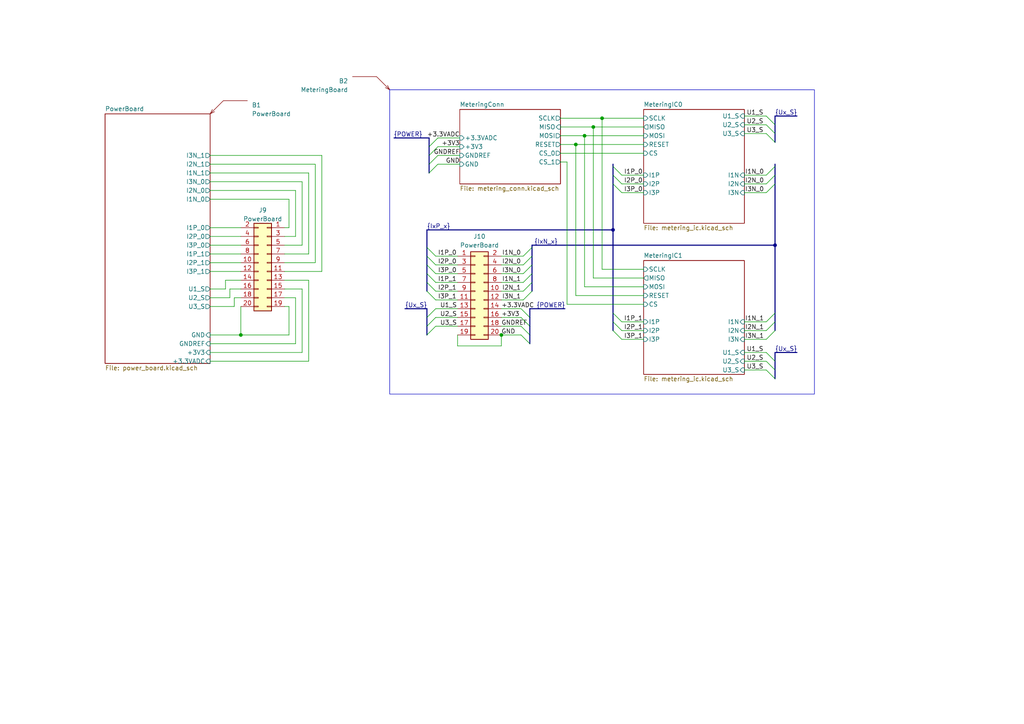
<source format=kicad_sch>
(kicad_sch (version 20230121) (generator eeschema)
  (paper "A4")
  (title_block (rev "${REVISION}"))
  (lib_symbols
    (symbol "Connector_Generic:Conn_02x10_Odd_Even" (pin_names (offset 1.016) hide)
      (property "Reference" "J" (at 1.27 12.7 0))
      (property "Value" "Conn_02x10_Odd_Even" (at 1.27 -15.24 0))
      (symbol "Conn_02x10_Odd_Even_1_1"
        (rectangle (start -1.27 -12.573) (end 0 -12.827) (stroke (width 0.1524)))
        (rectangle (start -1.27 -10.033) (end 0 -10.287) (stroke (width 0.1524)))
        (rectangle (start -1.27 -7.493) (end 0 -7.747) (stroke (width 0.1524)))
        (rectangle (start -1.27 -4.953) (end 0 -5.207) (stroke (width 0.1524)))
        (rectangle (start -1.27 -2.413) (end 0 -2.667) (stroke (width 0.1524)))
        (rectangle (start -1.27 0.127) (end 0 -0.127) (stroke (width 0.1524)))
        (rectangle (start -1.27 2.667) (end 0 2.413) (stroke (width 0.1524)))
        (rectangle (start -1.27 5.207) (end 0 4.953) (stroke (width 0.1524)))
        (rectangle (start -1.27 7.747) (end 0 7.493) (stroke (width 0.1524)))
        (rectangle (start -1.27 10.287) (end 0 10.033) (stroke (width 0.1524)))
        (rectangle (start -1.27 11.43) (end 3.81 -13.97) (stroke (width 0.254)) (fill (type background)))
        (rectangle (start 3.81 -12.573) (end 2.54 -12.827) (stroke (width 0.1524)))
        (rectangle (start 3.81 -10.033) (end 2.54 -10.287) (stroke (width 0.1524)))
        (rectangle (start 3.81 -7.493) (end 2.54 -7.747) (stroke (width 0.1524)))
        (rectangle (start 3.81 -4.953) (end 2.54 -5.207) (stroke (width 0.1524)))
        (rectangle (start 3.81 -2.413) (end 2.54 -2.667) (stroke (width 0.1524)))
        (rectangle (start 3.81 0.127) (end 2.54 -0.127) (stroke (width 0.1524)))
        (rectangle (start 3.81 2.667) (end 2.54 2.413) (stroke (width 0.1524)))
        (rectangle (start 3.81 5.207) (end 2.54 4.953) (stroke (width 0.1524)))
        (rectangle (start 3.81 7.747) (end 2.54 7.493) (stroke (width 0.1524)))
        (rectangle (start 3.81 10.287) (end 2.54 10.033) (stroke (width 0.1524)))
        (pin passive line (at -5.08 10.16 0) (length 3.81) (name "Pin_1") (number "1"))
        (pin passive line (at 7.62 0 180) (length 3.81) (name "Pin_10") (number "10"))
        (pin passive line (at -5.08 -2.54 0) (length 3.81) (name "Pin_11") (number "11"))
        (pin passive line (at 7.62 -2.54 180) (length 3.81) (name "Pin_12") (number "12"))
        (pin passive line (at -5.08 -5.08 0) (length 3.81) (name "Pin_13") (number "13"))
        (pin passive line (at 7.62 -5.08 180) (length 3.81) (name "Pin_14") (number "14"))
        (pin passive line (at -5.08 -7.62 0) (length 3.81) (name "Pin_15") (number "15"))
        (pin passive line (at 7.62 -7.62 180) (length 3.81) (name "Pin_16") (number "16"))
        (pin passive line (at -5.08 -10.16 0) (length 3.81) (name "Pin_17") (number "17"))
        (pin passive line (at 7.62 -10.16 180) (length 3.81) (name "Pin_18") (number "18"))
        (pin passive line (at -5.08 -12.7 0) (length 3.81) (name "Pin_19") (number "19"))
        (pin passive line (at 7.62 10.16 180) (length 3.81) (name "Pin_2") (number "2"))
        (pin passive line (at 7.62 -12.7 180) (length 3.81) (name "Pin_20") (number "20"))
        (pin passive line (at -5.08 7.62 0) (length 3.81) (name "Pin_3") (number "3"))
        (pin passive line (at 7.62 7.62 180) (length 3.81) (name "Pin_4") (number "4"))
        (pin passive line (at -5.08 5.08 0) (length 3.81) (name "Pin_5") (number "5"))
        (pin passive line (at 7.62 5.08 180) (length 3.81) (name "Pin_6") (number "6"))
        (pin passive line (at -5.08 2.54 0) (length 3.81) (name "Pin_7") (number "7"))
        (pin passive line (at 7.62 2.54 180) (length 3.81) (name "Pin_8") (number "8"))
        (pin passive line (at -5.08 0 0) (length 3.81) (name "Pin_9") (number "9"))
      )
    )
    (symbol "PCM_kikit:Board" (in_bom no)
      (property "Reference" "B" (at 5.08 5.08 0))
      (property "Value" "Board" (at 5.08 2.54 0))
      (symbol "Board_0_1"
        (polyline (pts (xy 0 0) (xy 3.81 3.81) (xy 10.795 3.81)) (stroke (width 0.1524)))
        (polyline (pts (xy 0.635 1.27) (xy 0 0) (xy 1.27 0.635)) (stroke (width 0.1524)))
      )
    )
  )
  (bus_alias "Ux_S" (members "U1_S" "U2_S" "U3_S"))
  (bus_alias "IxP_x" (members "I1P_0" "I2P_0" "I3P_0" "I1P_1" "I2P_1" "I3P_1"))
  (bus_alias "POWER" (members "+3V3" "+3.3VADC" "GND" "GNDREF"))
  (bus_alias "IxN_x" (members "I1N_0" "I2N_0" "I3N_0" "I1N_1" "I2N_1" "I3N_1" ""))
  (junction (at 145.415 97.155))
  (junction (at 69.85 97.155))
  (junction (at 174.625 34.29))
  (junction (at 172.085 36.83))
  (junction (at 177.8 66.675))
  (junction (at 224.79 71.12))
  (junction (at 167.005 41.91))
  (junction (at 169.545 39.37))
  (bus_entry (at 224.79 50.8) (size -2.54 2.54))
  (bus_entry (at 177.8 90.805) (size 2.54 2.54))
  (bus_entry (at 154.305 71.755) (size -2.54 2.54))
  (bus_entry (at 127 40.005) (size -2.54 2.54))
  (bus_entry (at 123.825 92.075) (size 2.54 -2.54))
  (bus_entry (at 123.825 81.915) (size 2.54 2.54))
  (bus_entry (at 154.305 76.835) (size -2.54 2.54))
  (bus_entry (at 177.8 50.8) (size 2.54 2.54))
  (bus_entry (at 177.8 53.34) (size 2.54 2.54))
  (bus_entry (at 222.25 104.775) (size 2.54 2.54))
  (bus_entry (at 151.13 94.615) (size 2.54 2.54))
  (bus_entry (at 123.825 97.155) (size 2.54 -2.54))
  (bus_entry (at 222.25 107.315) (size 2.54 2.54))
  (bus_entry (at 127 45.085) (size -2.54 2.54))
  (bus_entry (at 123.825 94.615) (size 2.54 -2.54))
  (bus_entry (at 177.8 93.345) (size 2.54 2.54))
  (bus_entry (at 224.79 93.345) (size -2.54 2.54))
  (bus_entry (at 154.305 79.375) (size -2.54 2.54))
  (bus_entry (at 224.79 53.34) (size -2.54 2.54))
  (bus_entry (at 222.25 38.735) (size 2.54 2.54))
  (bus_entry (at 123.825 76.835) (size 2.54 2.54))
  (bus_entry (at 151.13 89.535) (size 2.54 2.54))
  (bus_entry (at 127 42.545) (size -2.54 2.54))
  (bus_entry (at 222.25 102.235) (size 2.54 2.54))
  (bus_entry (at 224.79 95.885) (size -2.54 2.54))
  (bus_entry (at 154.305 74.295) (size -2.54 2.54))
  (bus_entry (at 224.79 90.805) (size -2.54 2.54))
  (bus_entry (at 123.825 79.375) (size 2.54 2.54))
  (bus_entry (at 224.79 48.26) (size -2.54 2.54))
  (bus_entry (at 222.25 33.655) (size 2.54 2.54))
  (bus_entry (at 154.305 84.455) (size -2.54 2.54))
  (bus_entry (at 123.825 84.455) (size 2.54 2.54))
  (bus_entry (at 123.825 74.295) (size 2.54 2.54))
  (bus_entry (at 123.825 71.755) (size 2.54 2.54))
  (bus_entry (at 151.13 97.155) (size 2.54 2.54))
  (bus_entry (at 177.8 48.26) (size 2.54 2.54))
  (bus_entry (at 222.25 36.195) (size 2.54 2.54))
  (bus_entry (at 127 47.625) (size -2.54 2.54))
  (bus_entry (at 151.13 92.075) (size 2.54 2.54))
  (bus_entry (at 177.8 95.885) (size 2.54 2.54))
  (bus_entry (at 154.305 81.915) (size -2.54 2.54))
  (bus (pts (xy 124.46 42.545) (xy 124.46 40.005)))
  (bus (pts (xy 123.825 94.615) (xy 123.825 97.155)))
  (wire (pts (xy 126.365 84.455) (xy 132.715 84.455)))
  (bus (pts (xy 153.67 97.155) (xy 153.67 99.695)))
  (wire (pts (xy 60.96 45.085) (xy 93.345 45.085)))
  (wire (pts (xy 60.96 55.245) (xy 85.725 55.245)))
  (wire (pts (xy 60.96 99.695) (xy 85.725 99.695)))
  (wire (pts (xy 164.465 46.99) (xy 162.56 46.99)))
  (wire (pts (xy 215.9 36.195) (xy 222.25 36.195)))
  (wire (pts (xy 126.365 94.615) (xy 132.715 94.615)))
  (wire (pts (xy 60.96 88.9) (xy 67.945 88.9)))
  (bus (pts (xy 123.825 74.295) (xy 123.825 76.835)))
  (wire (pts (xy 186.69 78.105) (xy 174.625 78.105)))
  (wire (pts (xy 151.765 81.915) (xy 145.415 81.915)))
  (wire (pts (xy 151.765 84.455) (xy 145.415 84.455)))
  (bus (pts (xy 224.79 50.8) (xy 224.79 53.34)))
  (wire (pts (xy 126.365 76.835) (xy 132.715 76.835)))
  (wire (pts (xy 215.9 38.735) (xy 222.25 38.735)))
  (bus (pts (xy 123.825 81.915) (xy 123.825 84.455)))
  (wire (pts (xy 126.365 86.995) (xy 132.715 86.995)))
  (bus (pts (xy 224.79 38.735) (xy 224.79 41.275)))
  (wire (pts (xy 60.96 86.36) (xy 66.675 86.36)))
  (wire (pts (xy 60.96 76.2) (xy 69.85 76.2)))
  (wire (pts (xy 85.725 55.245) (xy 85.725 68.58)))
  (bus (pts (xy 224.79 93.345) (xy 224.79 95.885)))
  (bus (pts (xy 154.305 71.12) (xy 224.79 71.12)))
  (wire (pts (xy 151.765 79.375) (xy 145.415 79.375)))
  (wire (pts (xy 222.25 98.425) (xy 215.9 98.425)))
  (bus (pts (xy 177.8 66.675) (xy 177.8 90.805)))
  (wire (pts (xy 83.82 97.155) (xy 83.82 88.9)))
  (bus (pts (xy 153.67 92.075) (xy 153.67 94.615)))
  (wire (pts (xy 66.675 86.36) (xy 66.675 83.82)))
  (wire (pts (xy 180.34 93.345) (xy 186.69 93.345)))
  (wire (pts (xy 222.25 55.88) (xy 215.9 55.88)))
  (wire (pts (xy 164.465 88.265) (xy 164.465 46.99)))
  (wire (pts (xy 126.365 92.075) (xy 132.715 92.075)))
  (wire (pts (xy 60.96 66.04) (xy 69.85 66.04)))
  (bus (pts (xy 224.79 107.315) (xy 224.79 109.855)))
  (wire (pts (xy 60.96 71.12) (xy 69.85 71.12)))
  (wire (pts (xy 145.415 92.075) (xy 151.13 92.075)))
  (wire (pts (xy 60.96 47.625) (xy 91.44 47.625)))
  (wire (pts (xy 85.725 99.695) (xy 85.725 86.36)))
  (wire (pts (xy 222.25 53.34) (xy 215.9 53.34)))
  (wire (pts (xy 60.96 68.58) (xy 69.85 68.58)))
  (wire (pts (xy 83.82 66.04) (xy 82.55 66.04)))
  (wire (pts (xy 60.96 104.775) (xy 89.535 104.775)))
  (bus (pts (xy 123.825 79.375) (xy 123.825 81.915)))
  (bus (pts (xy 224.79 47.625) (xy 224.79 48.26)))
  (wire (pts (xy 60.96 50.165) (xy 89.535 50.165)))
  (wire (pts (xy 85.725 68.58) (xy 82.55 68.58)))
  (bus (pts (xy 153.67 89.535) (xy 163.83 89.535)))
  (bus (pts (xy 224.79 48.26) (xy 224.79 50.8)))
  (bus (pts (xy 123.825 66.675) (xy 123.825 71.755)))
  (bus (pts (xy 224.79 90.805) (xy 224.79 93.345)))
  (wire (pts (xy 89.535 81.28) (xy 82.55 81.28)))
  (wire (pts (xy 167.005 41.91) (xy 186.69 41.91)))
  (wire (pts (xy 172.085 80.645) (xy 172.085 36.83)))
  (wire (pts (xy 145.415 97.155) (xy 151.13 97.155)))
  (wire (pts (xy 172.085 80.645) (xy 186.69 80.645)))
  (wire (pts (xy 60.96 73.66) (xy 69.85 73.66)))
  (wire (pts (xy 151.765 74.295) (xy 145.415 74.295)))
  (bus (pts (xy 123.825 66.675) (xy 177.8 66.675)))
  (wire (pts (xy 180.34 55.88) (xy 186.69 55.88)))
  (wire (pts (xy 60.96 102.235) (xy 87.63 102.235)))
  (wire (pts (xy 91.44 76.2) (xy 82.55 76.2)))
  (wire (pts (xy 87.63 71.12) (xy 82.55 71.12)))
  (wire (pts (xy 145.415 94.615) (xy 151.13 94.615)))
  (wire (pts (xy 172.085 36.83) (xy 186.69 36.83)))
  (wire (pts (xy 60.96 97.155) (xy 69.85 97.155)))
  (wire (pts (xy 222.25 93.345) (xy 215.9 93.345)))
  (wire (pts (xy 162.56 36.83) (xy 172.085 36.83)))
  (bus (pts (xy 123.825 76.835) (xy 123.825 79.375)))
  (bus (pts (xy 154.305 71.755) (xy 154.305 74.295)))
  (bus (pts (xy 177.8 48.26) (xy 177.8 50.8)))
  (wire (pts (xy 215.9 107.315) (xy 222.25 107.315)))
  (wire (pts (xy 167.005 85.725) (xy 167.005 41.91)))
  (bus (pts (xy 177.8 47.625) (xy 177.8 48.26)))
  (wire (pts (xy 169.545 39.37) (xy 186.69 39.37)))
  (bus (pts (xy 154.305 74.295) (xy 154.305 76.835)))
  (bus (pts (xy 224.79 33.655) (xy 231.14 33.655)))
  (bus (pts (xy 177.8 50.8) (xy 177.8 53.34)))
  (bus (pts (xy 224.79 33.655) (xy 224.79 36.195)))
  (wire (pts (xy 87.63 83.82) (xy 82.55 83.82)))
  (wire (pts (xy 126.365 74.295) (xy 132.715 74.295)))
  (bus (pts (xy 224.79 102.235) (xy 224.79 104.775)))
  (bus (pts (xy 123.825 71.755) (xy 123.825 74.295)))
  (wire (pts (xy 180.34 98.425) (xy 186.69 98.425)))
  (wire (pts (xy 89.535 104.775) (xy 89.535 81.28)))
  (wire (pts (xy 93.345 45.085) (xy 93.345 78.74)))
  (wire (pts (xy 60.96 57.785) (xy 83.82 57.785)))
  (wire (pts (xy 60.96 52.705) (xy 87.63 52.705)))
  (wire (pts (xy 67.945 88.9) (xy 67.945 86.36)))
  (wire (pts (xy 162.56 34.29) (xy 174.625 34.29)))
  (bus (pts (xy 224.79 102.235) (xy 231.14 102.235)))
  (wire (pts (xy 89.535 50.165) (xy 89.535 73.66)))
  (wire (pts (xy 145.415 89.535) (xy 151.13 89.535)))
  (wire (pts (xy 60.96 78.74) (xy 69.85 78.74)))
  (bus (pts (xy 153.67 92.075) (xy 153.67 89.535)))
  (wire (pts (xy 222.25 95.885) (xy 215.9 95.885)))
  (wire (pts (xy 180.34 95.885) (xy 186.69 95.885)))
  (wire (pts (xy 65.405 83.82) (xy 65.405 81.28)))
  (bus (pts (xy 224.79 104.775) (xy 224.79 107.315)))
  (bus (pts (xy 224.79 53.34) (xy 224.79 71.12)))
  (wire (pts (xy 174.625 34.29) (xy 186.69 34.29)))
  (bus (pts (xy 177.8 93.345) (xy 177.8 95.885)))
  (bus (pts (xy 224.79 71.12) (xy 224.79 90.805)))
  (bus (pts (xy 153.67 94.615) (xy 153.67 97.155)))
  (wire (pts (xy 126.365 89.535) (xy 132.715 89.535)))
  (wire (pts (xy 133.35 40.005) (xy 127 40.005)))
  (bus (pts (xy 177.8 90.805) (xy 177.8 93.345)))
  (bus (pts (xy 224.79 36.195) (xy 224.79 38.735)))
  (wire (pts (xy 67.945 86.36) (xy 69.85 86.36)))
  (wire (pts (xy 69.85 97.155) (xy 83.82 97.155)))
  (wire (pts (xy 65.405 81.28) (xy 69.85 81.28)))
  (bus (pts (xy 123.825 89.535) (xy 123.825 92.075)))
  (bus (pts (xy 114.3 40.005) (xy 124.46 40.005)))
  (wire (pts (xy 186.69 85.725) (xy 167.005 85.725)))
  (bus (pts (xy 154.305 71.12) (xy 154.305 71.755)))
  (wire (pts (xy 133.35 45.085) (xy 127 45.085)))
  (wire (pts (xy 126.365 79.375) (xy 132.715 79.375)))
  (wire (pts (xy 66.675 83.82) (xy 69.85 83.82)))
  (wire (pts (xy 186.69 83.185) (xy 169.545 83.185)))
  (wire (pts (xy 162.56 39.37) (xy 169.545 39.37)))
  (bus (pts (xy 123.825 92.075) (xy 123.825 94.615)))
  (wire (pts (xy 91.44 47.625) (xy 91.44 76.2)))
  (wire (pts (xy 133.35 47.625) (xy 127 47.625)))
  (bus (pts (xy 124.46 47.625) (xy 124.46 50.165)))
  (wire (pts (xy 69.85 88.9) (xy 69.85 97.155)))
  (wire (pts (xy 126.365 81.915) (xy 132.715 81.915)))
  (bus (pts (xy 154.305 76.835) (xy 154.305 79.375)))
  (wire (pts (xy 133.35 42.545) (xy 127 42.545)))
  (wire (pts (xy 132.715 97.155) (xy 132.715 100.33)))
  (wire (pts (xy 215.9 104.775) (xy 222.25 104.775)))
  (wire (pts (xy 151.765 76.835) (xy 145.415 76.835)))
  (wire (pts (xy 89.535 73.66) (xy 82.55 73.66)))
  (wire (pts (xy 180.34 53.34) (xy 186.69 53.34)))
  (wire (pts (xy 186.69 88.265) (xy 164.465 88.265)))
  (wire (pts (xy 83.82 88.9) (xy 82.55 88.9)))
  (wire (pts (xy 162.56 44.45) (xy 186.69 44.45)))
  (wire (pts (xy 60.96 83.82) (xy 65.405 83.82)))
  (wire (pts (xy 87.63 52.705) (xy 87.63 71.12)))
  (wire (pts (xy 132.715 100.33) (xy 145.415 100.33)))
  (wire (pts (xy 215.9 102.235) (xy 222.25 102.235)))
  (bus (pts (xy 154.305 81.915) (xy 154.305 84.455)))
  (bus (pts (xy 117.475 89.535) (xy 123.825 89.535)))
  (wire (pts (xy 93.345 78.74) (xy 82.55 78.74)))
  (bus (pts (xy 177.8 53.34) (xy 177.8 66.675)))
  (wire (pts (xy 174.625 78.105) (xy 174.625 34.29)))
  (wire (pts (xy 145.415 100.33) (xy 145.415 97.155)))
  (wire (pts (xy 85.725 86.36) (xy 82.55 86.36)))
  (wire (pts (xy 222.25 50.8) (xy 215.9 50.8)))
  (bus (pts (xy 154.305 79.375) (xy 154.305 81.915)))
  (wire (pts (xy 87.63 102.235) (xy 87.63 83.82)))
  (bus (pts (xy 124.46 45.085) (xy 124.46 47.625)))
  (wire (pts (xy 180.34 50.8) (xy 186.69 50.8)))
  (wire (pts (xy 169.545 83.185) (xy 169.545 39.37)))
  (bus (pts (xy 124.46 42.545) (xy 124.46 45.085)))
  (wire (pts (xy 83.82 57.785) (xy 83.82 66.04)))
  (wire (pts (xy 151.765 86.995) (xy 145.415 86.995)))
  (wire (pts (xy 162.56 41.91) (xy 167.005 41.91)))
  (wire (pts (xy 215.9 33.655) (xy 222.25 33.655)))
  (rectangle (start 113.03 26.035) (end 236.22 114.3))
  (label "I1P_1" (at 180.975 93.345 0))
  (label "I3P_0" (at 127 79.375 0))
  (label "+3.3VADC" (at 133.35 40.005 180))
  (label "{Ux_S}" (at 224.79 102.235 0))
  (label "{POWER}" (at 155.575 89.535 0))
  (label "I1P_1" (at 127 81.915 0))
  (label "+3V3" (at 133.35 42.545 180))
  (label "GNDREF" (at 145.415 94.615 0))
  (label "I3N_1" (at 151.13 86.995 180))
  (label "{IxN_x}" (at 154.94 71.12 0))
  (label "U1_S" (at 127.635 89.535 0))
  (label "I1N_0" (at 221.615 50.8 180))
  (label "U1_S" (at 216.535 102.235 0))
  (label "I1N_1" (at 151.13 81.915 180))
  (label "I1N_0" (at 151.13 74.295 180))
  (label "I3P_1" (at 180.975 98.425 0))
  (label "U3_S" (at 216.535 107.315 0))
  (label "GND" (at 133.35 47.625 180))
  (label "I1P_0" (at 180.975 50.8 0))
  (label "U2_S" (at 216.535 104.775 0))
  (label "{IxP_x}" (at 123.825 66.675 0))
  (label "U1_S" (at 216.535 33.655 0))
  (label "U3_S" (at 127.635 94.615 0))
  (label "I2N_1" (at 221.615 95.885 180))
  (label "{Ux_S}" (at 117.475 89.535 0))
  (label "I2P_1" (at 127 84.455 0))
  (label "I1P_0" (at 127 74.295 0))
  (label "I2P_0" (at 180.975 53.34 0))
  (label "{Ux_S}" (at 224.79 33.655 0))
  (label "I2N_0" (at 151.13 76.835 180))
  (label "+3V3" (at 145.415 92.075 0))
  (label "I1N_1" (at 221.615 93.345 180))
  (label "I3P_0" (at 180.975 55.88 0))
  (label "{POWER}" (at 122.555 40.005 180))
  (label "U2_S" (at 216.535 36.195 0))
  (label "+3.3VADC" (at 145.415 89.535 0))
  (label "I2N_0" (at 221.615 53.34 180))
  (label "I3N_1" (at 221.615 98.425 180))
  (label "I3N_0" (at 221.615 55.88 180))
  (label "I2P_0" (at 127 76.835 0))
  (label "I2N_1" (at 151.13 84.455 180))
  (label "I3P_1" (at 127 86.995 0))
  (label "I2P_1" (at 180.975 95.885 0))
  (label "GNDREF" (at 133.35 45.085 180))
  (label "U3_S" (at 216.535 38.735 0))
  (label "U2_S" (at 127.635 92.075 0))
  (label "GND" (at 145.415 97.155 0))
  (label "I3N_0" (at 151.13 79.375 180))
  (symbol (lib_id "Connector_Generic:Conn_02x10_Odd_Even") (at 137.795 84.455 0) (unit 1)
    (property "Reference" "J10" (at 139.065 68.58 0))
    (property "Value" "PowerBoard" (at 139.065 71.12 0))
    (property "Footprint" "Connector_PinHeader_2.54mm:PinHeader_2x10_P2.54mm_Vertical" (effects hide))
  )
  (symbol (lib_id "PCM_kikit:Board") (at 60.96 33.02 0) (unit 1) (in_bom no)
    (property "Reference" "B1" (at 73.025 30.48 0) (effects (justify left)))
    (property "Value" "PowerBoard" (at 73.025 33.02 0) (effects (justify left)))
    (property "Footprint" "PCM_kikit:Board" (effects hide))
  )
  (symbol (lib_id "Connector_Generic:Conn_02x10_Odd_Even") (at 77.47 76.2 0) (mirror y) (unit 1)
    (property "Reference" "J9" (at 76.2 60.96 0))
    (property "Value" "PowerBoard" (at 76.2 63.5 0))
    (property "Footprint" "Connector_PinHeader_2.54mm:PinHeader_2x10_P2.54mm_Vertical" (effects hide))
  )
  (symbol (lib_id "PCM_kikit:Board") (at 113.03 26.035 0) (mirror y) (unit 1) (in_bom no)
    (property "Reference" "B2" (at 100.965 23.495 0) (effects (justify left)))
    (property "Value" "MeteringBoard" (at 100.965 26.035 0) (effects (justify left)))
    (property "Footprint" "PCM_kikit:Board" (effects hide))
  )
  (sheet (at 30.48 33.02) (size 30.48 72.39) (stroke (width 0.1524))
    (property "Sheetname" "PowerBoard" (at 30.48 32.3084 0) (effects (justify left bottom)))
    (property "Sheetfile" "power_board.kicad_sch" (at 30.48 105.9946 0) (effects (justify left top)))
    (pin "U3_S" output (at 60.96 88.9 0))
    (pin "U2_S" output (at 60.96 86.36 0))
    (pin "U1_S" output (at 60.96 83.82 0))
    (pin "I3N_0" output (at 60.96 52.705 0))
    (pin "I2N_0" output (at 60.96 55.245 0))
    (pin "I3P_0" output (at 60.96 71.12 0))
    (pin "I3P_1" output (at 60.96 78.74 0))
    (pin "I1N_1" output (at 60.96 50.165 0))
    (pin "I2P_1" output (at 60.96 76.2 0))
    (pin "I1P_1" output (at 60.96 73.66 0))
    (pin "I2N_1" output (at 60.96 47.625 0))
    (pin "I3N_1" output (at 60.96 45.085 0))
    (pin "I1N_0" output (at 60.96 57.785 0))
    (pin "I2P_0" output (at 60.96 68.58 0))
    (pin "I1P_0" output (at 60.96 66.04 0))
    (pin "GNDREF" input (at 60.96 99.695 0))
    (pin "+3V3" input (at 60.96 102.235 0))
    (pin "GND" input (at 60.96 97.155 0))
    (pin "+3.3VADC" input (at 60.96 104.775 0))
  )
  (sheet (at 186.69 75.565) (size 29.21 33.02) (stroke (width 0.1524))
    (property "Sheetname" "MeteringIC1" (at 186.69 74.8534 0) (effects (justify left bottom)))
    (property "Sheetfile" "metering_ic.kicad_sch" (at 186.69 109.1696 0) (effects (justify left top)))
    (property "IC" "1" (effects hide))
    (pin "SCLK" input (at 186.69 78.105 180))
    (pin "MISO" output (at 186.69 80.645 180))
    (pin "MOSI" input (at 186.69 83.185 180))
    (pin "U1_S" input (at 215.9 102.235 0))
    (pin "U3_S" input (at 215.9 107.315 0))
    (pin "U2_S" input (at 215.9 104.775 0))
    (pin "I3P" input (at 186.69 98.425 180))
    (pin "I3N" input (at 215.9 98.425 0))
    (pin "I1N" input (at 215.9 93.345 0))
    (pin "I1P" input (at 186.69 93.345 180))
    (pin "I2P" input (at 186.69 95.885 180))
    (pin "I2N" input (at 215.9 95.885 0))
    (pin "CS" input (at 186.69 88.265 180))
    (pin "RESET" input (at 186.69 85.725 180))
  )
  (sheet (at 186.69 31.75) (size 29.21 33.02) (stroke (width 0.1524))
    (property "Sheetname" "MeteringIC0" (at 186.69 31.0384 0) (effects (justify left bottom)))
    (property "Sheetfile" "metering_ic.kicad_sch" (at 186.69 65.3546 0) (effects (justify left top)))
    (property "IC" "0" (effects hide))
    (pin "SCLK" input (at 186.69 34.29 180))
    (pin "MISO" output (at 186.69 36.83 180))
    (pin "MOSI" input (at 186.69 39.37 180))
    (pin "U1_S" input (at 215.9 33.655 0))
    (pin "U2_S" input (at 215.9 36.195 0))
    (pin "U3_S" input (at 215.9 38.735 0))
    (pin "I3P" input (at 186.69 55.88 180))
    (pin "I3N" input (at 215.9 55.88 0))
    (pin "I1N" input (at 215.9 50.8 0))
    (pin "I1P" input (at 186.69 50.8 180))
    (pin "I2P" input (at 186.69 53.34 180))
    (pin "I2N" input (at 215.9 53.34 0))
    (pin "CS" input (at 186.69 44.45 180))
    (pin "RESET" input (at 186.69 41.91 180))
  )
  (sheet (at 133.35 31.75) (size 29.21 21.59) (stroke (width 0.1524))
    (property "Sheetname" "MeteringConn" (at 133.35 31.0384 0) (effects (justify left bottom)))
    (property "Sheetfile" "metering_conn.kicad_sch" (at 133.35 53.9246 0) (effects (justify left top)))
    (pin "SCLK" output (at 162.56 34.29 0))
    (pin "MISO" input (at 162.56 36.83 0))
    (pin "MOSI" output (at 162.56 39.37 0))
    (pin "CS_0" output (at 162.56 44.45 0))
    (pin "CS_1" output (at 162.56 46.99 0))
    (pin "+3V3" input (at 133.35 42.545 180))
    (pin "GND" input (at 133.35 47.625 180))
    (pin "GNDREF" input (at 133.35 45.085 180))
    (pin "+3.3VADC" input (at 133.35 40.005 180))
    (pin "RESET" output (at 162.56 41.91 0))
  )
)
</source>
